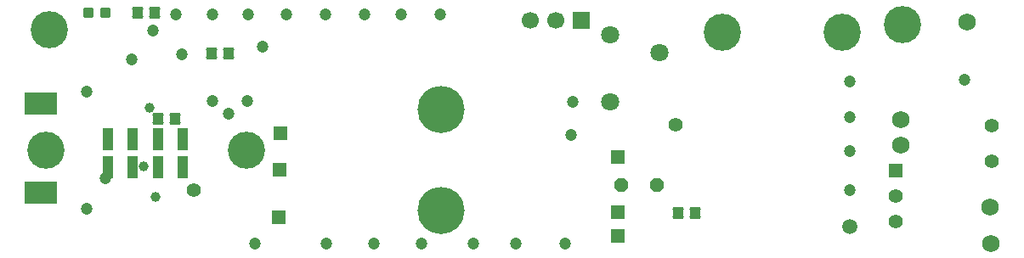
<source format=gts>
G04 Layer_Color=8388736*
%FSLAX42Y42*%
%MOMM*%
G71*
G01*
G75*
G04:AMPARAMS|DCode=40|XSize=1.2mm|YSize=1.1mm|CornerRadius=0.21mm|HoleSize=0mm|Usage=FLASHONLY|Rotation=90.000|XOffset=0mm|YOffset=0mm|HoleType=Round|Shape=RoundedRectangle|*
%AMROUNDEDRECTD40*
21,1,1.20,0.68,0,0,90.0*
21,1,0.78,1.10,0,0,90.0*
1,1,0.43,0.34,0.39*
1,1,0.43,0.34,-0.39*
1,1,0.43,-0.34,-0.39*
1,1,0.43,-0.34,0.39*
%
%ADD40ROUNDEDRECTD40*%
%ADD41R,3.20X2.20*%
%ADD42R,1.00X2.20*%
G04:AMPARAMS|DCode=43|XSize=1mm|YSize=1mm|CornerRadius=0.2mm|HoleSize=0mm|Usage=FLASHONLY|Rotation=180.000|XOffset=0mm|YOffset=0mm|HoleType=Round|Shape=RoundedRectangle|*
%AMROUNDEDRECTD43*
21,1,1.00,0.60,0,0,180.0*
21,1,0.60,1.00,0,0,180.0*
1,1,0.40,-0.30,0.30*
1,1,0.40,0.30,0.30*
1,1,0.40,0.30,-0.30*
1,1,0.40,-0.30,-0.30*
%
%ADD43ROUNDEDRECTD43*%
%ADD44R,1.40X1.40*%
%ADD45C,4.70*%
%ADD46C,3.70*%
%ADD47P,1.52X8X22.5*%
%ADD48C,1.80*%
%ADD49C,1.70*%
%ADD50R,1.70X1.70*%
%ADD51C,1.40*%
%ADD52C,1.73*%
%ADD53C,1.20*%
%ADD54C,1.50*%
%ADD55C,1.00*%
D40*
X2085Y2060D02*
D03*
X1915D02*
D03*
X6560Y470D02*
D03*
X6730D02*
D03*
X1555Y1410D02*
D03*
X1385D02*
D03*
X1345Y2470D02*
D03*
X1175D02*
D03*
D41*
X210Y1560D02*
D03*
Y670D02*
D03*
D42*
X880Y930D02*
D03*
X1130D02*
D03*
X1380D02*
D03*
X1630D02*
D03*
Y1210D02*
D03*
X1380D02*
D03*
X1130D02*
D03*
X880D02*
D03*
D43*
X685Y2470D02*
D03*
X855D02*
D03*
D44*
X5960Y1030D02*
D03*
X2580Y430D02*
D03*
X5960Y480D02*
D03*
X2590Y900D02*
D03*
X5960Y240D02*
D03*
X2600Y1268D02*
D03*
X8730Y898D02*
D03*
D45*
X4200Y1500D02*
D03*
Y500D02*
D03*
D46*
X300Y2300D02*
D03*
X8200Y2270D02*
D03*
X7000D02*
D03*
X8800Y2350D02*
D03*
X2260Y1100D02*
D03*
X260D02*
D03*
D47*
X6350Y750D02*
D03*
X6000D02*
D03*
D48*
X5885Y1580D02*
D03*
Y2250D02*
D03*
X6375Y2070D02*
D03*
D49*
X5092Y2390D02*
D03*
X5346D02*
D03*
D50*
X5600D02*
D03*
D51*
X8730Y390D02*
D03*
Y644D02*
D03*
X9690Y990D02*
D03*
Y1340D02*
D03*
X6540Y1350D02*
D03*
X1740Y700D02*
D03*
D52*
X9667Y527D02*
D03*
X9440Y2380D02*
D03*
X8780Y1400D02*
D03*
Y1150D02*
D03*
X9680Y170D02*
D03*
D53*
X2350D02*
D03*
X2420Y2130D02*
D03*
X2085Y1465D02*
D03*
X1120Y2000D02*
D03*
X1615Y2055D02*
D03*
X1560Y2450D02*
D03*
X1920D02*
D03*
X2280D02*
D03*
X2660D02*
D03*
X3050D02*
D03*
X4190D02*
D03*
X3800D02*
D03*
X3443Y2453D02*
D03*
X3060Y170D02*
D03*
X3530D02*
D03*
X4010D02*
D03*
X4520D02*
D03*
X4950D02*
D03*
X5440D02*
D03*
X8274Y697D02*
D03*
Y1087D02*
D03*
Y1427D02*
D03*
Y1787D02*
D03*
X1330Y2290D02*
D03*
X860Y820D02*
D03*
X5510Y1580D02*
D03*
X5500Y1250D02*
D03*
X1920Y1590D02*
D03*
X2270D02*
D03*
X667Y513D02*
D03*
Y1683D02*
D03*
X9413Y1800D02*
D03*
D54*
X8274Y337D02*
D03*
D55*
X1300Y1520D02*
D03*
X1240Y940D02*
D03*
X1360Y635D02*
D03*
M02*

</source>
